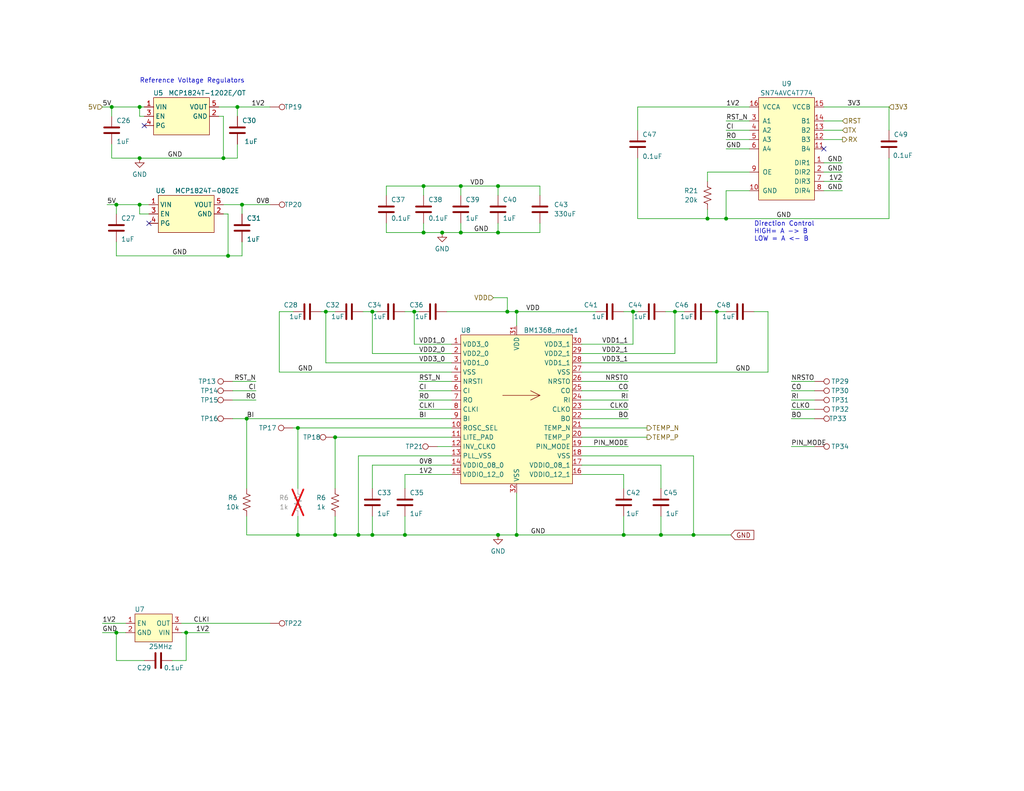
<source format=kicad_sch>
(kicad_sch (version 20231120) (generator "eeschema") (generator_version "8.0")
  (paper "A")
  (title_block (title "bitaxeSupra") (date "2024-04-07") (rev "402"))
  (lib_symbols
    (symbol "Connector:TestPoint" (pin_numbers hide) (pin_names (offset 0.762) hide)
      (property "Reference" "TP" (at 0 6.858 0))
      (property "Value" "TestPoint" (at 0 5.08 0))
      (symbol "TestPoint_0_1"
        (circle (center 0 3.302) (radius 0.762))
      )
      (symbol "TestPoint_1_1"
        (pin passive line (at 0 0 90) (length 2.54) (name "1") (number "1"))
      )
    )
    (symbol "Device:C" (pin_numbers hide) (pin_names (offset 0.254))
      (property "Reference" "C" (at 0.635 2.54 0))
      (property "Value" "C" (at 0.635 -2.54 0))
      (symbol "C_0_1"
        (polyline (pts (xy -2.032 -0.762) (xy 2.032 -0.762)) (stroke (width 0.508)))
        (polyline (pts (xy -2.032 0.762) (xy 2.032 0.762)) (stroke (width 0.508)))
      )
      (symbol "C_1_1"
        (pin passive line (at 0 3.81 270) (length 2.794) (name "~") (number "1"))
        (pin passive line (at 0 -3.81 90) (length 2.794) (name "~") (number "2"))
      )
    )
    (symbol "Device:R_US" (pin_numbers hide) (pin_names (offset 0))
      (property "Reference" "R" (at 2.54 0 90))
      (property "Value" "R_US" (at -2.54 0 90))
      (symbol "R_US_0_1"
        (polyline (pts (xy 0 -2.286) (xy 0 -2.54)))
        (polyline (pts (xy 0 2.286) (xy 0 2.54)))
        (polyline (pts (xy 0 -0.762) (xy 1.016 -1.143) (xy 0 -1.524) (xy -1.016 -1.905) (xy 0 -2.286)))
        (polyline (pts (xy 0 0.762) (xy 1.016 0.381) (xy 0 0) (xy -1.016 -0.381) (xy 0 -0.762)))
        (polyline (pts (xy 0 2.286) (xy 1.016 1.905) (xy 0 1.524) (xy -1.016 1.143) (xy 0 0.762)))
      )
      (symbol "R_US_1_1"
        (pin passive line (at 0 3.81 270) (length 1.27) (name "~") (number "1"))
        (pin passive line (at 0 -3.81 90) (length 1.27) (name "~") (number "2"))
      )
    )
    (symbol "MCP1824_1"
      (property "Reference" "U" (at -7.62 5.08 0))
      (property "Value" "MCP1824_1" (at 5.08 5.08 0))
      (symbol "MCP1824_1_0_1"
        (rectangle (start -7.62 3.81) (end 7.62 -6.35) (stroke (width 0.1524)) (fill (type background)))
      )
      (symbol "MCP1824_1_1_0"
        (pin bidirectional line (at -10.16 1.27 0) (length 2.54) (name "VIN") (number "1"))
        (pin bidirectional line (at 10.16 -1.27 180) (length 2.54) (name "GND") (number "2"))
        (pin bidirectional line (at -10.16 -1.27 0) (length 2.54) (name "EN") (number "3"))
        (pin bidirectional line (at -10.16 -3.81 0) (length 2.54) (name "PG") (number "4"))
        (pin bidirectional line (at 10.16 1.27 180) (length 2.54) (name "VOUT") (number "5"))
      )
    )
    (symbol "bitaxe:BM1368_mode1"
      (property "Reference" "U4" (at -15.24 21.59 0))
      (property "Value" "BM1368_mode1" (at 1.905 21.59 0))
      (symbol "BM1368_mode1_0_1"
        (rectangle (start -15.24 20.32) (end 15.24 -20.32) (fill (type background)))
        (polyline (pts (xy -3.81 3.81) (xy 6.35 3.81)))
        (polyline (pts (xy 3.81 2.54) (xy 6.35 3.81)))
        (polyline (pts (xy 3.81 5.08) (xy 6.35 3.81)))
      )
      (symbol "BM1368_mode1_1_1"
        (pin power_in line (at -17.78 17.78 0) (length 2.54) (name "VDD3_0") (number "1"))
        (pin unspecified line (at -17.78 -5.08 0) (length 2.54) (name "ROSC_SEL") (number "10"))
        (pin unspecified line (at -17.78 -7.62 0) (length 2.54) (name "LITE_PAD") (number "11"))
        (pin unspecified line (at -17.78 -10.16 0) (length 2.54) (name "INV_CLKO") (number "12"))
        (pin power_in line (at -17.78 -12.7 0) (length 2.54) (name "PLL_VSS") (number "13"))
        (pin power_in line (at -17.78 -15.24 0) (length 2.54) (name "VDDIO_08_0") (number "14"))
        (pin power_in line (at -17.78 -17.78 0) (length 2.54) (name "VDDIO_12_0") (number "15"))
        (pin power_in line (at 17.78 -17.78 180) (length 2.54) (name "VDDIO_12_1") (number "16"))
        (pin power_in line (at 17.78 -15.24 180) (length 2.54) (name "VDDIO_08_1") (number "17"))
        (pin power_in line (at 17.78 -12.7 180) (length 2.54) (name "VSS") (number "18"))
        (pin input line (at 17.78 -10.16 180) (length 2.54) (name "PIN_MODE") (number "19"))
        (pin power_in line (at -17.78 15.24 0) (length 2.54) (name "VDD2_0") (number "2"))
        (pin unspecified line (at 17.78 -7.62 180) (length 2.54) (name "TEMP_P") (number "20"))
        (pin unspecified line (at 17.78 -5.08 180) (length 2.54) (name "TEMP_N") (number "21"))
        (pin output line (at 17.78 -2.54 180) (length 2.54) (name "BO") (number "22"))
        (pin output line (at 17.78 0 180) (length 2.54) (name "CLKO") (number "23"))
        (pin input line (at 17.78 2.54 180) (length 2.54) (name "RI") (number "24"))
        (pin output line (at 17.78 5.08 180) (length 2.54) (name "CO") (number "25"))
        (pin output line (at 17.78 7.62 180) (length 2.54) (name "NRSTO") (number "26"))
        (pin power_in line (at 17.78 10.16 180) (length 2.54) (name "VSS") (number "27"))
        (pin power_in line (at 17.78 12.7 180) (length 2.54) (name "VDD1_1") (number "28"))
        (pin power_in line (at 17.78 15.24 180) (length 2.54) (name "VDD2_1") (number "29"))
        (pin power_in line (at -17.78 12.7 0) (length 2.54) (name "VDD1_0") (number "3"))
        (pin power_in line (at 17.78 17.78 180) (length 2.54) (name "VDD3_1") (number "30"))
        (pin power_in line (at 0 22.86 270) (length 2.54) (name "VDD") (number "31"))
        (pin power_in line (at 0 -22.86 90) (length 2.54) (name "VSS") (number "32"))
        (pin power_in line (at -17.78 10.16 0) (length 2.54) (name "VSS") (number "4"))
        (pin input line (at -17.78 7.62 0) (length 2.54) (name "NRSTI") (number "5"))
        (pin input line (at -17.78 5.08 0) (length 2.54) (name "CI") (number "6"))
        (pin output line (at -17.78 2.54 0) (length 2.54) (name "RO") (number "7"))
        (pin input line (at -17.78 0 0) (length 2.54) (name "CLKI") (number "8"))
        (pin input line (at -17.78 -2.54 0) (length 2.54) (name "BI") (number "9"))
      )
    )
    (symbol "bitaxe:MCP1824"
      (property "Reference" "U" (at -7.62 5.08 0))
      (property "Value" "MCP1824" (at 5.08 5.08 0))
      (symbol "MCP1824_0_1"
        (rectangle (start -7.62 3.81) (end 7.62 -6.35) (stroke (width 0.1524)) (fill (type background)))
      )
      (symbol "MCP1824_1_0"
        (pin bidirectional line (at -10.16 1.27 0) (length 2.54) (name "VIN") (number "1"))
        (pin bidirectional line (at 10.16 -1.27 180) (length 2.54) (name "GND") (number "2"))
        (pin bidirectional line (at -10.16 -1.27 0) (length 2.54) (name "EN") (number "3"))
        (pin bidirectional line (at -10.16 -3.81 0) (length 2.54) (name "PG") (number "4"))
        (pin bidirectional line (at 10.16 1.27 180) (length 2.54) (name "VOUT") (number "5"))
      )
    )
    (symbol "bitaxe:SN74AVC4T774" (pin_names (offset 1.016))
      (property "Reference" "U" (at -6.35 12.7 0))
      (property "Value" "SN74AVC4T774" (at -7.62 -19.05 0))
      (symbol "SN74AVC4T774_0_0"
        (rectangle (start -7.62 11.43) (end 7.62 -16.51) (stroke (width 0.1524)) (fill (type background)))
      )
      (symbol "SN74AVC4T774_1_0"
        (pin input line (at 10.16 -6.35 180) (length 2.54) (name "DIR1") (number "1"))
        (pin power_in line (at -10.16 -13.97 0) (length 2.54) (name "GND") (number "10"))
        (pin bidirectional line (at 10.16 -2.54 180) (length 2.54) (name "B4") (number "11"))
        (pin bidirectional line (at 10.16 0 180) (length 2.54) (name "B3") (number "12"))
        (pin bidirectional line (at 10.16 2.54 180) (length 2.54) (name "B2") (number "13"))
        (pin bidirectional line (at 10.16 5.08 180) (length 2.54) (name "B1") (number "14"))
        (pin power_in line (at 10.16 8.89 180) (length 2.54) (name "VCCB") (number "15"))
        (pin power_in line (at -10.16 8.89 0) (length 2.54) (name "VCCA") (number "16"))
        (pin input line (at 10.16 -8.89 180) (length 2.54) (name "DIR2") (number "2"))
        (pin bidirectional line (at -10.16 5.08 0) (length 2.54) (name "A1") (number "3"))
        (pin bidirectional line (at -10.16 2.54 0) (length 2.54) (name "A2") (number "4"))
        (pin bidirectional line (at -10.16 0 0) (length 2.54) (name "A3") (number "5"))
        (pin bidirectional line (at -10.16 -2.54 0) (length 2.54) (name "A4") (number "6"))
        (pin input line (at 10.16 -11.43 180) (length 2.54) (name "DIR3") (number "7"))
        (pin input line (at 10.16 -13.97 180) (length 2.54) (name "DIR4") (number "8"))
        (pin input line (at -10.16 -8.89 0) (length 2.54) (name "OE") (number "9"))
      )
    )
    (symbol "bitaxe:oscillator"
      (property "Reference" "U" (at -3.81 5.08 0))
      (property "Value" "oscillator" (at 0 -5.08 0))
      (symbol "oscillator_0_1"
        (rectangle (start -5.08 3.81) (end 5.08 -3.81) (stroke (width 0.1524)) (fill (type background)))
      )
      (symbol "oscillator_1_0"
        (pin bidirectional line (at -7.62 1.27 0) (length 2.54) (name "EN") (number "1"))
        (pin bidirectional line (at -7.62 -1.27 0) (length 2.54) (name "GND") (number "2"))
        (pin bidirectional line (at 7.62 1.27 180) (length 2.54) (name "OUT") (number "3"))
        (pin bidirectional line (at 7.62 -1.27 180) (length 2.54) (name "VIN") (number "4"))
      )
    )
    (symbol "power:GND" (power) (pin_names (offset 0))
      (property "Value" "GND" (at 0 -3.81 0))
      (symbol "GND_0_1"
        (polyline (pts (xy 0 0) (xy 0 -1.27) (xy 1.27 -1.27) (xy 0 -2.54) (xy -1.27 -1.27) (xy 0 -1.27)))
      )
      (symbol "GND_1_1"
        (pin power_in line (at 0 0 270) (length 0) hide (name "GND") (number "1"))
      )
    )
  )
  (junction (at 180.34 146.05))
  (junction (at 184.15 85.09))
  (junction (at 115.57 63.5) (diameter 0.9144))
  (junction (at 38.1 43.18))
  (junction (at 67.31 114.3))
  (junction (at 30.48 29.21) (diameter 0.9144))
  (junction (at 125.73 50.8) (diameter 0.9144))
  (junction (at 135.89 50.8))
  (junction (at 38.1 55.88))
  (junction (at 135.89 63.5))
  (junction (at 81.28 116.84))
  (junction (at 120.65 63.5))
  (junction (at 62.23 69.85) (diameter 0.9144))
  (junction (at 101.6 85.09))
  (junction (at 101.6 146.05))
  (junction (at 91.44 119.38))
  (junction (at 113.03 85.09))
  (junction (at 97.79 146.05))
  (junction (at 110.49 146.05))
  (junction (at 64.77 29.21) (diameter 0.9144))
  (junction (at 189.23 146.05))
  (junction (at 50.8 172.72))
  (junction (at 138.43 85.09))
  (junction (at 135.89 146.05))
  (junction (at 91.44 146.05))
  (junction (at 31.75 55.88) (diameter 0.9144))
  (junction (at 125.73 63.5) (diameter 0.9144))
  (junction (at 198.12 59.69))
  (junction (at 170.18 146.05))
  (junction (at 172.72 85.09))
  (junction (at 81.28 146.05))
  (junction (at 60.96 43.18) (diameter 0.9144))
  (junction (at 195.58 85.09))
  (junction (at 38.1 29.21))
  (junction (at 88.9 85.09))
  (junction (at 193.04 59.69))
  (junction (at 140.97 85.09))
  (junction (at 31.75 172.72))
  (junction (at 115.57 50.8) (diameter 0.9144))
  (junction (at 140.97 146.05))
  (junction (at 66.04 55.88) (diameter 0.9144))
  (no_connect (at 40.64 60.96))
  (no_connect (at 224.79 40.64))
  (no_connect (at 39.37 34.29))
  (wire (pts (xy 31.75 180.34) (xy 31.75 172.72)))
  (wire (pts (xy 180.34 146.05) (xy 189.23 146.05)))
  (wire (pts (xy 101.6 127) (xy 123.19 127)))
  (wire (pts (xy 105.41 60.96) (xy 105.41 63.5)))
  (wire (pts (xy 110.49 129.54) (xy 110.49 133.35)))
  (wire (pts (xy 242.57 29.21) (xy 242.57 35.56)))
  (wire (pts (xy 88.9 99.06) (xy 88.9 85.09)))
  (wire (pts (xy 198.12 59.69) (xy 242.57 59.69)))
  (wire (pts (xy 140.97 134.62) (xy 140.97 146.05)))
  (wire (pts (xy 134.62 81.28) (xy 138.43 81.28)))
  (wire (pts (xy 91.44 140.97) (xy 91.44 146.05)))
  (wire (pts (xy 215.9 114.3) (xy 222.25 114.3)))
  (wire (pts (xy 125.73 53.34) (xy 125.73 50.8)))
  (wire (pts (xy 115.57 63.5) (xy 105.41 63.5)))
  (wire (pts (xy 195.58 99.06) (xy 195.58 85.09)))
  (wire (pts (xy 198.12 52.07) (xy 198.12 59.69)))
  (wire (pts (xy 114.3 104.14) (xy 123.19 104.14)))
  (wire (pts (xy 110.49 85.09) (xy 113.03 85.09)))
  (wire (pts (xy 113.03 85.09) (xy 114.3 85.09)))
  (wire (pts (xy 158.75 121.92) (xy 171.45 121.92)))
  (wire (pts (xy 64.77 39.37) (xy 64.77 43.18)))
  (wire (pts (xy 158.75 124.46) (xy 189.23 124.46)))
  (wire (pts (xy 158.75 93.98) (xy 172.72 93.98)))
  (wire (pts (xy 81.28 146.05) (xy 91.44 146.05)))
  (wire (pts (xy 60.96 31.75) (xy 59.69 31.75)))
  (wire (pts (xy 31.75 55.88) (xy 38.1 55.88)))
  (wire (pts (xy 158.75 104.14) (xy 171.45 104.14)))
  (wire (pts (xy 88.9 85.09) (xy 91.44 85.09)))
  (wire (pts (xy 101.6 127) (xy 101.6 133.35)))
  (wire (pts (xy 76.2 101.6) (xy 76.2 85.09)))
  (wire (pts (xy 101.6 146.05) (xy 110.49 146.05)))
  (wire (pts (xy 162.56 85.09) (xy 140.97 85.09)))
  (wire (pts (xy 184.15 85.09) (xy 186.69 85.09)))
  (wire (pts (xy 46.99 180.34) (xy 50.8 180.34)))
  (wire (pts (xy 209.55 85.09) (xy 205.74 85.09)))
  (wire (pts (xy 115.57 53.34) (xy 115.57 50.8)))
  (wire (pts (xy 189.23 124.46) (xy 189.23 146.05)))
  (wire (pts (xy 99.06 85.09) (xy 101.6 85.09)))
  (wire (pts (xy 62.23 58.42) (xy 60.96 58.42)))
  (wire (pts (xy 135.89 60.96) (xy 135.89 63.5)))
  (wire (pts (xy 193.04 59.69) (xy 193.04 57.15)))
  (wire (pts (xy 242.57 43.18) (xy 242.57 59.69)))
  (wire (pts (xy 180.34 127) (xy 180.34 133.35)))
  (wire (pts (xy 64.77 43.18) (xy 60.96 43.18)))
  (wire (pts (xy 31.75 66.04) (xy 31.75 69.85)))
  (wire (pts (xy 158.75 109.22) (xy 171.45 109.22)))
  (wire (pts (xy 172.72 93.98) (xy 172.72 85.09)))
  (wire (pts (xy 50.8 172.72) (xy 57.15 172.72)))
  (wire (pts (xy 147.32 60.96) (xy 147.32 63.5)))
  (wire (pts (xy 158.75 96.52) (xy 184.15 96.52)))
  (wire (pts (xy 31.75 55.88) (xy 31.75 58.42)))
  (wire (pts (xy 67.31 140.97) (xy 67.31 146.05)))
  (wire (pts (xy 209.55 101.6) (xy 209.55 85.09)))
  (wire (pts (xy 62.23 69.85) (xy 31.75 69.85)))
  (wire (pts (xy 66.04 66.04) (xy 66.04 69.85)))
  (wire (pts (xy 224.79 35.56) (xy 229.87 35.56)))
  (wire (pts (xy 66.04 55.88) (xy 73.66 55.88)))
  (wire (pts (xy 215.9 106.68) (xy 222.25 106.68)))
  (wire (pts (xy 81.28 140.97) (xy 81.28 146.05)))
  (wire (pts (xy 50.8 180.34) (xy 50.8 172.72)))
  (wire (pts (xy 135.89 50.8) (xy 147.32 50.8)))
  (wire (pts (xy 113.03 93.98) (xy 123.19 93.98)))
  (wire (pts (xy 66.04 69.85) (xy 62.23 69.85)))
  (wire (pts (xy 67.31 114.3) (xy 123.19 114.3)))
  (wire (pts (xy 38.1 58.42) (xy 38.1 55.88)))
  (wire (pts (xy 114.3 106.68) (xy 123.19 106.68)))
  (wire (pts (xy 30.48 39.37) (xy 30.48 43.18)))
  (wire (pts (xy 38.1 29.21) (xy 39.37 29.21)))
  (wire (pts (xy 115.57 60.96) (xy 115.57 63.5)))
  (wire (pts (xy 121.92 85.09) (xy 138.43 85.09)))
  (wire (pts (xy 120.65 63.5) (xy 115.57 63.5)))
  (wire (pts (xy 62.23 58.42) (xy 62.23 69.85)))
  (wire (pts (xy 87.63 85.09) (xy 88.9 85.09)))
  (wire (pts (xy 91.44 119.38) (xy 91.44 133.35)))
  (wire (pts (xy 158.75 99.06) (xy 195.58 99.06)))
  (wire (pts (xy 123.19 101.6) (xy 76.2 101.6)))
  (wire (pts (xy 101.6 96.52) (xy 123.19 96.52)))
  (wire (pts (xy 81.28 116.84) (xy 123.19 116.84)))
  (wire (pts (xy 88.9 99.06) (xy 123.19 99.06)))
  (wire (pts (xy 138.43 81.28) (xy 138.43 85.09)))
  (wire (pts (xy 158.75 127) (xy 180.34 127)))
  (wire (pts (xy 38.1 31.75) (xy 39.37 31.75)))
  (wire (pts (xy 97.79 124.46) (xy 97.79 146.05)))
  (wire (pts (xy 215.9 121.92) (xy 222.25 121.92)))
  (wire (pts (xy 125.73 60.96) (xy 125.73 63.5)))
  (wire (pts (xy 224.79 38.1) (xy 229.87 38.1)))
  (wire (pts (xy 81.28 146.05) (xy 67.31 146.05)))
  (wire (pts (xy 181.61 85.09) (xy 184.15 85.09)))
  (wire (pts (xy 31.75 172.72) (xy 34.29 172.72)))
  (wire (pts (xy 193.04 46.99) (xy 193.04 49.53)))
  (wire (pts (xy 224.79 46.99) (xy 229.87 46.99)))
  (wire (pts (xy 158.75 129.54) (xy 170.18 129.54)))
  (wire (pts (xy 101.6 140.97) (xy 101.6 146.05)))
  (wire (pts (xy 158.75 114.3) (xy 171.45 114.3)))
  (wire (pts (xy 215.9 111.76) (xy 222.25 111.76)))
  (wire (pts (xy 224.79 29.21) (xy 242.57 29.21)))
  (wire (pts (xy 158.75 106.68) (xy 171.45 106.68)))
  (wire (pts (xy 38.1 55.88) (xy 40.64 55.88)))
  (wire (pts (xy 158.75 101.6) (xy 209.55 101.6)))
  (wire (pts (xy 198.12 35.56) (xy 204.47 35.56)))
  (wire (pts (xy 60.96 31.75) (xy 60.96 43.18)))
  (wire (pts (xy 110.49 129.54) (xy 123.19 129.54)))
  (wire (pts (xy 110.49 140.97) (xy 110.49 146.05)))
  (wire (pts (xy 204.47 46.99) (xy 193.04 46.99)))
  (wire (pts (xy 105.41 53.34) (xy 105.41 50.8)))
  (wire (pts (xy 60.96 55.88) (xy 66.04 55.88)))
  (wire (pts (xy 63.5 106.68) (xy 69.85 106.68)))
  (wire (pts (xy 170.18 140.97) (xy 170.18 146.05)))
  (wire (pts (xy 198.12 33.02) (xy 204.47 33.02)))
  (wire (pts (xy 195.58 85.09) (xy 198.12 85.09)))
  (wire (pts (xy 170.18 85.09) (xy 172.72 85.09)))
  (wire (pts (xy 30.48 29.21) (xy 38.1 29.21)))
  (wire (pts (xy 27.94 29.21) (xy 30.48 29.21)))
  (wire (pts (xy 224.79 44.45) (xy 229.87 44.45)))
  (wire (pts (xy 158.75 116.84) (xy 176.53 116.84)))
  (wire (pts (xy 30.48 29.21) (xy 30.48 31.75)))
  (wire (pts (xy 27.94 170.18) (xy 34.29 170.18)))
  (wire (pts (xy 125.73 63.5) (xy 120.65 63.5)))
  (wire (pts (xy 123.19 119.38) (xy 91.44 119.38)))
  (wire (pts (xy 38.1 58.42) (xy 40.64 58.42)))
  (wire (pts (xy 119.38 121.92) (xy 123.19 121.92)))
  (wire (pts (xy 173.99 43.18) (xy 173.99 59.69)))
  (wire (pts (xy 101.6 96.52) (xy 101.6 85.09)))
  (wire (pts (xy 173.99 29.21) (xy 204.47 29.21)))
  (wire (pts (xy 29.21 55.88) (xy 31.75 55.88)))
  (wire (pts (xy 224.79 33.02) (xy 229.87 33.02)))
  (wire (pts (xy 224.79 49.53) (xy 229.87 49.53)))
  (wire (pts (xy 101.6 85.09) (xy 102.87 85.09)))
  (wire (pts (xy 189.23 146.05) (xy 199.39 146.05)))
  (wire (pts (xy 115.57 50.8) (xy 125.73 50.8)))
  (wire (pts (xy 59.69 29.21) (xy 64.77 29.21)))
  (wire (pts (xy 173.99 59.69) (xy 193.04 59.69)))
  (wire (pts (xy 49.53 172.72) (xy 50.8 172.72)))
  (wire (pts (xy 76.2 85.09) (xy 80.01 85.09)))
  (wire (pts (xy 215.9 109.22) (xy 222.25 109.22)))
  (wire (pts (xy 170.18 129.54) (xy 170.18 133.35)))
  (wire (pts (xy 97.79 146.05) (xy 101.6 146.05)))
  (wire (pts (xy 198.12 38.1) (xy 204.47 38.1)))
  (wire (pts (xy 114.3 109.22) (xy 123.19 109.22)))
  (wire (pts (xy 194.31 85.09) (xy 195.58 85.09)))
  (wire (pts (xy 27.94 172.72) (xy 31.75 172.72)))
  (wire (pts (xy 158.75 119.38) (xy 176.53 119.38)))
  (wire (pts (xy 198.12 40.64) (xy 204.47 40.64)))
  (wire (pts (xy 64.77 29.21) (xy 64.77 31.75)))
  (wire (pts (xy 38.1 43.18) (xy 30.48 43.18)))
  (wire (pts (xy 135.89 53.34) (xy 135.89 50.8)))
  (wire (pts (xy 67.31 114.3) (xy 67.31 133.35)))
  (wire (pts (xy 170.18 146.05) (xy 180.34 146.05)))
  (wire (pts (xy 140.97 85.09) (xy 140.97 88.9)))
  (wire (pts (xy 113.03 85.09) (xy 113.03 93.98)))
  (wire (pts (xy 140.97 146.05) (xy 170.18 146.05)))
  (wire (pts (xy 198.12 59.69) (xy 193.04 59.69)))
  (wire (pts (xy 66.04 55.88) (xy 66.04 58.42)))
  (wire (pts (xy 147.32 53.34) (xy 147.32 50.8)))
  (wire (pts (xy 64.77 29.21) (xy 73.66 29.21)))
  (wire (pts (xy 110.49 146.05) (xy 135.89 146.05)))
  (wire (pts (xy 38.1 31.75) (xy 38.1 29.21)))
  (wire (pts (xy 114.3 111.76) (xy 123.19 111.76)))
  (wire (pts (xy 173.99 29.21) (xy 173.99 35.56)))
  (wire (pts (xy 224.79 52.07) (xy 229.87 52.07)))
  (wire (pts (xy 135.89 146.05) (xy 140.97 146.05)))
  (wire (pts (xy 123.19 124.46) (xy 97.79 124.46)))
  (wire (pts (xy 81.28 116.84) (xy 81.28 133.35)))
  (wire (pts (xy 125.73 50.8) (xy 135.89 50.8)))
  (wire (pts (xy 172.72 85.09) (xy 173.99 85.09)))
  (wire (pts (xy 215.9 104.14) (xy 222.25 104.14)))
  (wire (pts (xy 63.5 109.22) (xy 69.85 109.22)))
  (wire (pts (xy 91.44 146.05) (xy 97.79 146.05)))
  (wire (pts (xy 105.41 50.8) (xy 115.57 50.8)))
  (wire (pts (xy 39.37 180.34) (xy 31.75 180.34)))
  (wire (pts (xy 204.47 52.07) (xy 198.12 52.07)))
  (wire (pts (xy 184.15 96.52) (xy 184.15 85.09)))
  (wire (pts (xy 158.75 111.76) (xy 171.45 111.76)))
  (wire (pts (xy 135.89 63.5) (xy 125.73 63.5)))
  (wire (pts (xy 63.5 114.3) (xy 67.31 114.3)))
  (wire (pts (xy 49.53 170.18) (xy 73.66 170.18)))
  (wire (pts (xy 80.01 116.84) (xy 81.28 116.84)))
  (wire (pts (xy 63.5 104.14) (xy 69.85 104.14)))
  (wire (pts (xy 138.43 85.09) (xy 140.97 85.09)))
  (wire (pts (xy 180.34 140.97) (xy 180.34 146.05)))
  (wire (pts (xy 60.96 43.18) (xy 38.1 43.18)))
  (wire (pts (xy 135.89 63.5) (xy 147.32 63.5)))
  (text "Reference Voltage Regulators" (at 38.1 22.86 0) (effects (font (size 1.27 1.27)) (justify left bottom)))
  (text "Direction Control\nHIGH= A -> B\nLOW = A <- B" (at 205.74 66.04 0) (effects (font (size 1.27 1.27)) (justify left bottom)))
  (label "GND" (at 45.72 43.18 0))
  (label "RST_N" (at 69.85 104.14 180))
  (label "GND" (at 229.87 46.99 180))
  (label "1V2" (at 114.3 129.54 0))
  (label "1V2" (at 68.58 29.21 0))
  (label "BI" (at 67.31 114.3 0))
  (label "GND" (at 27.94 172.72 0))
  (label "CLKO" (at 171.45 111.76 180))
  (label "RST_N" (at 114.3 104.14 0))
  (label "5V" (at 29.21 55.88 0))
  (label "RO" (at 114.3 109.22 0))
  (label "0V8" (at 69.85 55.88 0))
  (label "CO" (at 215.9 106.68 0))
  (label "GND" (at 144.78 146.05 0))
  (label "BO" (at 215.9 114.3 0))
  (label "GND" (at 198.12 40.64 0))
  (label "5V" (at 27.94 29.21 0))
  (label "CI" (at 198.12 35.56 0))
  (label "GND" (at 229.87 52.07 180))
  (label "PIN_MODE" (at 215.9 121.92 0))
  (label "1V2" (at 229.87 49.53 180))
  (label "CI" (at 69.85 106.68 180))
  (label "1V2" (at 27.94 170.18 0))
  (label "RO" (at 198.12 38.1 0))
  (label "NRSTO" (at 215.9 104.14 0))
  (label "PIN_MODE" (at 171.45 121.92 180))
  (label "0V8" (at 114.3 127 0))
  (label "GND" (at 46.99 69.85 0))
  (label "VDD3_1" (at 171.45 99.06 180))
  (label "VDD2_1" (at 171.45 96.52 180))
  (label "RI" (at 215.9 109.22 0))
  (label "RST_N" (at 198.12 33.02 0))
  (label "CLKI" (at 114.3 111.76 0))
  (label "1V2" (at 198.12 29.21 0))
  (label "CO" (at 171.45 106.68 180))
  (label "VDD1_0" (at 114.3 93.98 0))
  (label "VDD3_0" (at 114.3 99.06 0))
  (label "CLKO" (at 215.9 111.76 0))
  (label "CLKI" (at 57.15 170.18 180))
  (label "3V3" (at 231.14 29.21 0))
  (label "RO" (at 69.85 109.22 180))
  (label "VDD1_1" (at 171.45 93.98 180))
  (label "GND" (at 81.28 101.6 0))
  (label "VDD" (at 143.51 85.09 0))
  (label "BO" (at 171.45 114.3 180))
  (label "GND" (at 215.9 59.69 180))
  (label "RI" (at 171.45 109.22 180))
  (label "1V2" (at 57.15 172.72 180))
  (label "VDD2_0" (at 114.3 96.52 0))
  (label "NRSTO" (at 171.45 104.14 180))
  (label "GND" (at 200.66 101.6 0))
  (label "GND" (at 133.35 63.5 180))
  (label "GND" (at 229.87 44.45 180))
  (label "CI" (at 114.3 106.68 0))
  (label "VDD" (at 128.27 50.8 0))
  (label "BI" (at 114.3 114.3 0))
  (global_label "GND" (shape input) (at 199.39 146.05 0) (property "Intersheetrefs" "${INTERSHEET_REFS}" (effects (hide yes))))
  (hierarchical_label "5V" (shape input) (at 27.94 29.21 180))
  (hierarchical_label "TEMP_N" (shape output) (at 176.53 116.84 0))
  (hierarchical_label "3V3" (shape input) (at 242.57 29.21 0))
  (hierarchical_label "TX" (shape input) (at 229.87 35.56 0))
  (hierarchical_label "RX" (shape output) (at 229.87 38.1 0))
  (hierarchical_label "VDD" (shape input) (at 134.62 81.28 180))
  (hierarchical_label "RST" (shape input) (at 229.87 33.02 0))
  (hierarchical_label "TEMP_P" (shape output) (at 176.53 119.38 0))
  (symbol (lib_id "Device:C") (at 64.77 35.56 0) (unit 1)
    (property "Reference" "C30" (at 66.04 33.655 0) (effects (justify left bottom)))
    (property "Value" "1uF" (at 66.675 39.37 0) (effects (justify left bottom)))
    (property "Footprint" "Capacitor_SMD:C_0402_1005Metric" (effects (hide yes)))
    (property "DK" "587-5514-1-ND" (effects (hide yes)))
    (property "PARTNO" "EMK105BJ105MV-F" (effects (hide yes)))
  )
  (symbol (lib_id "Device:C") (at 30.48 35.56 0) (unit 1)
    (property "Reference" "C26" (at 31.75 33.655 0) (effects (justify left bottom)))
    (property "Value" "1uF" (at 31.75 39.37 0) (effects (justify left bottom)))
    (property "Footprint" "Capacitor_SMD:C_0402_1005Metric" (effects (hide yes)))
    (property "DK" "587-5514-1-ND" (effects (hide yes)))
    (property "PARTNO" "EMK105BJ105MV-F" (effects (hide yes)))
  )
  (symbol (lib_id "Device:C") (at 125.73 57.15 0) (unit 1)
    (property "Reference" "C39" (at 127 55.245 0) (effects (justify left bottom)))
    (property "Value" "1uF" (at 127 60.325 0) (effects (justify left bottom)))
    (property "Footprint" "Capacitor_SMD:C_0402_1005Metric" (effects (hide yes)))
    (property "DK" "587-5514-1-ND" (effects (hide yes)))
    (property "PARTNO" "EMK105BJ105MV-F" (effects (hide yes)))
  )
  (symbol (lib_id "Device:C") (at 118.11 85.09 90) (unit 1)
    (property "Reference" "C36" (at 115.57 82.55 90) (effects (justify left bottom)))
    (property "Value" "1uF" (at 116.84 85.725 90) (effects (justify left bottom)))
    (property "Footprint" "Capacitor_SMD:C_0402_1005Metric" (effects (hide yes)))
    (property "DK" "587-5514-1-ND" (effects (hide yes)))
    (property "PARTNO" "EMK105BJ105MV-F" (effects (hide yes)))
  )
  (symbol (lib_id "Connector:TestPoint") (at 222.25 114.3 270) (unit 1) (in_bom no)
    (property "Reference" "TP33" (at 228.6 114.3 90))
    (property "Value" "TestPoint" (effects (hide yes)))
    (property "Footprint" "TestPoint:TestPoint_Pad_D1.5mm" (effects (hide yes)))
  )
  (symbol (lib_id "Device:C") (at 115.57 57.15 0) (unit 1)
    (property "Reference" "C38" (at 116.84 55.245 0) (effects (justify left bottom)))
    (property "Value" "0.1uF" (at 116.84 60.325 0) (effects (justify left bottom)))
    (property "Footprint" "Capacitor_SMD:C_0402_1005Metric" (effects (hide yes)))
    (property "DK" "1276-1234-1-ND" (effects (hide yes)))
    (property "PARTNO" "CL05A104KO5NNNC" (effects (hide yes)))
  )
  (symbol (lib_id "Connector:TestPoint") (at 222.25 109.22 270) (unit 1) (in_bom no)
    (property "Reference" "TP31" (at 229.235 109.22 90))
    (property "Value" "TestPoint" (effects (hide yes)))
    (property "Footprint" "TestPoint:TestPoint_Pad_D1.5mm" (effects (hide yes)))
  )
  (symbol (lib_id "Connector:TestPoint") (at 222.25 111.76 270) (unit 1) (in_bom no)
    (property "Reference" "TP32" (at 229.235 111.76 90))
    (property "Value" "TestPoint" (effects (hide yes)))
    (property "Footprint" "TestPoint:TestPoint_Pad_D1.5mm" (effects (hide yes)))
  )
  (symbol (lib_id "Device:C") (at 190.5 85.09 90) (unit 1)
    (property "Reference" "C46" (at 187.96 82.55 90) (effects (justify left bottom)))
    (property "Value" "1uF" (at 189.23 85.725 90) (effects (justify left bottom)))
    (property "Footprint" "Capacitor_SMD:C_0402_1005Metric" (effects (hide yes)))
    (property "DK" "587-5514-1-ND" (effects (hide yes)))
    (property "PARTNO" "EMK105BJ105MV-F" (effects (hide yes)))
  )
  (symbol (lib_id "Device:C") (at 201.93 85.09 90) (unit 1)
    (property "Reference" "C48" (at 199.39 82.55 90) (effects (justify left bottom)))
    (property "Value" "1uF" (at 200.66 85.725 90) (effects (justify left bottom)))
    (property "Footprint" "Capacitor_SMD:C_0402_1005Metric" (effects (hide yes)))
    (property "DK" "587-5514-1-ND" (effects (hide yes)))
    (property "PARTNO" "EMK105BJ105MV-F" (effects (hide yes)))
  )
  (symbol (lib_id "Device:C") (at 43.18 180.34 90) (unit 1)
    (property "Reference" "C29" (at 41.275 181.61 90) (effects (justify left bottom)))
    (property "Value" "0.1uF" (at 50.165 181.61 90) (effects (justify left bottom)))
    (property "Footprint" "Capacitor_SMD:C_0402_1005Metric" (effects (hide yes)))
    (property "DK" "1276-1234-1-ND" (effects (hide yes)))
    (property "PARTNO" "CL05A104KO5NNNC" (effects (hide yes)))
  )
  (symbol (lib_id "power:GND") (at 135.89 146.05 0) (mirror y) (unit 1)
    (property "Reference" "#PWR02" (effects (hide yes)))
    (property "Value" "GND" (at 135.89 150.495 0))
  )
  (symbol (lib_id "Device:C") (at 105.41 57.15 0) (unit 1)
    (property "Reference" "C37" (at 106.68 55.245 0) (effects (justify left bottom)))
    (property "Value" "0.1uF" (at 106.68 60.325 0) (effects (justify left bottom)))
    (property "Footprint" "Capacitor_SMD:C_0402_1005Metric" (effects (hide yes)))
    (property "DK" "1276-1234-1-ND" (effects (hide yes)))
    (property "PARTNO" "CL05A104KO5NNNC" (effects (hide yes)))
  )
  (symbol (lib_id "Device:C") (at 177.8 85.09 90) (unit 1)
    (property "Reference" "C44" (at 175.26 82.55 90) (effects (justify left bottom)))
    (property "Value" "1uF" (at 176.53 85.725 90) (effects (justify left bottom)))
    (property "Footprint" "Capacitor_SMD:C_0402_1005Metric" (effects (hide yes)))
    (property "DK" "587-5514-1-ND" (effects (hide yes)))
    (property "PARTNO" "EMK105BJ105MV-F" (effects (hide yes)))
  )
  (symbol (lib_id "Device:R_US") (at 193.04 53.34 180) (unit 1)
    (property "Reference" "R21" (at 188.595 52.07 0))
    (property "Value" "20k" (at 188.595 54.61 0))
    (property "Footprint" "Resistor_SMD:R_0402_1005Metric" (effects (hide yes)))
    (property "DK" "311-20.0KLRCT-ND" (effects (hide yes)))
    (property "PARTNO" "RC0402FR-0720KL" (effects (hide yes)))
  )
  (symbol (lib_id "Device:R_US") (at 81.28 137.16 180) (unit 1) (dnp yes)
    (property "Reference" "R6" (at 77.47 135.89 0))
    (property "Value" "1k" (at 77.47 138.43 0))
    (property "Footprint" "Resistor_SMD:R_0402_1005Metric" (effects (hide yes)))
    (property "DK" "311-1.00KLRCT-ND" (effects (hide yes)))
    (property "PARTNO" "RC0402FR-071KL" (effects (hide yes)))
  )
  (symbol (lib_id "Device:C") (at 101.6 137.16 0) (unit 1)
    (property "Reference" "C33" (at 102.87 135.255 0) (effects (justify left bottom)))
    (property "Value" "1uF" (at 102.87 140.97 0) (effects (justify left bottom)))
    (property "Footprint" "Capacitor_SMD:C_0402_1005Metric" (effects (hide yes)))
    (property "DK" "587-5514-1-ND" (effects (hide yes)))
    (property "PARTNO" "EMK105BJ105MV-F" (effects (hide yes)))
  )
  (symbol (lib_id "Connector:TestPoint") (at 73.66 55.88 270) (mirror x) (unit 1) (in_bom no)
    (property "Reference" "TP20" (at 80.01 55.88 90))
    (property "Value" "TestPoint" (effects (hide yes)))
    (property "Footprint" "TestPoint:TestPoint_Pad_D1.5mm" (effects (hide yes)))
  )
  (symbol (lib_id "Device:C") (at 166.37 85.09 90) (unit 1)
    (property "Reference" "C41" (at 163.195 82.55 90) (effects (justify left bottom)))
    (property "Value" "1uF" (at 165.1 85.725 90) (effects (justify left bottom)))
    (property "Footprint" "Capacitor_SMD:C_0402_1005Metric" (effects (hide yes)))
    (property "DK" "587-5514-1-ND" (effects (hide yes)))
    (property "PARTNO" "EMK105BJ105MV-F" (effects (hide yes)))
  )
  (symbol (lib_id "Device:R_US") (at 91.44 137.16 180) (unit 1)
    (property "Reference" "R6" (at 87.63 135.89 0))
    (property "Value" "1k" (at 87.63 138.43 0))
    (property "Footprint" "Resistor_SMD:R_0402_1005Metric" (effects (hide yes)))
    (property "DK" "311-1.00KLRCT-ND" (effects (hide yes)))
    (property "PARTNO" "RC0402FR-071KL" (effects (hide yes)))
  )
  (symbol (lib_id "Device:C") (at 242.57 39.37 0) (unit 1)
    (property "Reference" "C49" (at 243.84 37.465 0) (effects (justify left bottom)))
    (property "Value" "0.1uF" (at 243.586 43.18 0) (effects (justify left bottom)))
    (property "Footprint" "Capacitor_SMD:C_0402_1005Metric" (effects (hide yes)))
    (property "DK" "1276-1234-1-ND" (effects (hide yes)))
    (property "PARTNO" "CL05A104KO5NNNC" (effects (hide yes)))
  )
  (symbol (lib_id "bitaxe:SN74AVC4T774") (at 214.63 38.1 0) (unit 1)
    (property "Reference" "U9" (at 214.63 22.86 0))
    (property "Value" "SN74AVC4T774" (at 214.63 25.4 0))
    (property "Footprint" "Package_SO:TSSOP-16_4.4x5mm_P0.65mm" (effects (hide yes)))
    (property "Datasheet" "https://www.ti.com/lit/ds/symlink/sn74avc4t774.pdf" (effects (hide yes)))
    (property "DK" "296-24739-1-ND" (effects (hide yes)))
    (property "PARTNO" "SN74AVC4T774PWR" (effects (hide yes)))
  )
  (symbol (lib_id "Device:C") (at 147.32 57.15 0) (unit 1)
    (property "Reference" "C43" (at 151.13 55.8799 0) (effects (justify left)))
    (property "Value" "330uF" (at 151.13 58.4199 0) (effects (justify left)))
    (property "Footprint" "Capacitor_SMD:C_1206_3216Metric" (effects (hide yes)))
    (property "Description" "Unpolarized capacitor" (effects (hide yes)))
    (property "DK" "490-GRM32ER60G337ME05KCT-ND" (effects (hide yes)))
    (property "PARTNO" "GRM32ER60G337ME05K" (effects (hide yes)))
  )
  (symbol (lib_name "MCP1824_1") (lib_id "bitaxe:MCP1824") (at 50.8 57.15 0) (unit 1)
    (property "Reference" "U6" (at 43.815 52.07 0))
    (property "Value" "MCP1824T-0802E" (at 56.515 52.07 0))
    (property "Footprint" "Package_TO_SOT_SMD:SOT-23-5" (effects (hide yes)))
    (property "Datasheet" "https://ww1.microchip.com/downloads/en/DeviceDoc/22070a.pdf" (effects (hide yes)))
    (property "PARTNO" "MCP1824T-0802E/OT" (effects (hide yes)))
    (property "DK" "MCP1824T-0802E/OTCT-ND" (effects (hide yes)))
  )
  (symbol (lib_id "Connector:TestPoint") (at 91.44 119.38 90) (unit 1) (in_bom no)
    (property "Reference" "TP18" (at 85.09 119.38 90))
    (property "Value" "TestPoint" (effects (hide yes)))
    (property "Footprint" "TestPoint:TestPoint_Pad_D1.5mm" (effects (hide yes)))
  )
  (symbol (lib_id "Connector:TestPoint") (at 119.38 121.92 90) (unit 1) (in_bom no)
    (property "Reference" "TP21" (at 113.03 121.92 90))
    (property "Value" "TestPoint" (effects (hide yes)))
    (property "Footprint" "TestPoint:TestPoint_Pad_D1.5mm" (effects (hide yes)))
  )
  (symbol (lib_id "Device:C") (at 83.82 85.09 90) (unit 1)
    (property "Reference" "C28" (at 81.28 82.55 90) (effects (justify left bottom)))
    (property "Value" "1uF" (at 82.55 85.725 90) (effects (justify left bottom)))
    (property "Footprint" "Capacitor_SMD:C_0402_1005Metric" (effects (hide yes)))
    (property "DK" "587-5514-1-ND" (effects (hide yes)))
    (property "PARTNO" "EMK105BJ105MV-F" (effects (hide yes)))
  )
  (symbol (lib_id "power:GND") (at 120.65 63.5 0) (mirror y) (unit 1)
    (property "Reference" "#PWR03" (effects (hide yes)))
    (property "Value" "GND" (at 120.65 67.945 0))
  )
  (symbol (lib_id "Device:C") (at 180.34 137.16 0) (unit 1)
    (property "Reference" "C45" (at 180.975 135.255 0) (effects (justify left bottom)))
    (property "Value" "1uF" (at 181.61 140.97 0) (effects (justify left bottom)))
    (property "Footprint" "Capacitor_SMD:C_0402_1005Metric" (effects (hide yes)))
    (property "DK" "587-5514-1-ND" (effects (hide yes)))
    (property "PARTNO" "EMK105BJ105MV-F" (effects (hide yes)))
  )
  (symbol (lib_id "Connector:TestPoint") (at 63.5 109.22 90) (unit 1) (in_bom no)
    (property "Reference" "TP15" (at 57.15 109.22 90))
    (property "Value" "TestPoint" (effects (hide yes)))
    (property "Footprint" "TestPoint:TestPoint_Pad_D1.5mm" (effects (hide yes)))
  )
  (symbol (lib_id "power:GND") (at 38.1 43.18 0) (mirror y) (unit 1)
    (property "Reference" "#PWR01" (effects (hide yes)))
    (property "Value" "GND" (at 38.1 47.625 0))
  )
  (symbol (lib_id "Device:C") (at 170.18 137.16 0) (unit 1)
    (property "Reference" "C42" (at 170.815 135.255 0) (effects (justify left bottom)))
    (property "Value" "1uF" (at 170.815 140.97 0) (effects (justify left bottom)))
    (property "Footprint" "Capacitor_SMD:C_0402_1005Metric" (effects (hide yes)))
    (property "DK" "587-5514-1-ND" (effects (hide yes)))
    (property "PARTNO" "EMK105BJ105MV-F" (effects (hide yes)))
  )
  (symbol (lib_id "Connector:TestPoint") (at 73.66 170.18 270) (unit 1) (in_bom no)
    (property "Reference" "TP22" (at 80.01 170.18 90))
    (property "Value" "TestPoint" (effects (hide yes)))
    (property "Footprint" "TestPoint:TestPoint_Pad_D1.5mm" (effects (hide yes)))
  )
  (symbol (lib_id "bitaxe:BM1368_mode1") (at 140.97 111.76 0) (unit 1)
    (property "Reference" "U8" (at 125.73 90.17 0) (effects (justify left)))
    (property "Value" "BM1368_mode1" (at 142.875 90.17 0) (effects (justify left)))
    (property "Footprint" "bitaxe:BM1368" (effects (hide yes)))
  )
  (symbol (lib_id "Device:R_US") (at 67.31 137.16 180) (unit 1)
    (property "Reference" "R6" (at 63.5 135.89 0))
    (property "Value" "10k" (at 63.5 138.43 0))
    (property "Footprint" "Resistor_SMD:R_0402_1005Metric" (effects (hide yes)))
    (property "DK" "311-10KJRCT-ND" (effects (hide yes)))
    (property "PARTNO" "RC0402JR-0710KL" (effects (hide yes)))
  )
  (symbol (lib_id "Connector:TestPoint") (at 63.5 106.68 90) (unit 1) (in_bom no)
    (property "Reference" "TP14" (at 57.15 106.68 90))
    (property "Value" "TestPoint" (effects (hide yes)))
    (property "Footprint" "TestPoint:TestPoint_Pad_D1.5mm" (effects (hide yes)))
  )
  (symbol (lib_id "Device:C") (at 95.25 85.09 90) (unit 1)
    (property "Reference" "C32" (at 92.71 82.55 90) (effects (justify left bottom)))
    (property "Value" "1uF" (at 93.98 85.725 90) (effects (justify left bottom)))
    (property "Footprint" "Capacitor_SMD:C_0402_1005Metric" (effects (hide yes)))
    (property "DK" "587-5514-1-ND" (effects (hide yes)))
    (property "PARTNO" "EMK105BJ105MV-F" (effects (hide yes)))
  )
  (symbol (lib_id "Connector:TestPoint") (at 80.01 116.84 90) (unit 1) (in_bom no)
    (property "Reference" "TP17" (at 73.025 116.84 90))
    (property "Value" "TestPoint" (effects (hide yes)))
    (property "Footprint" "TestPoint:TestPoint_Pad_D1.5mm" (effects (hide yes)))
  )
  (symbol (lib_id "Connector:TestPoint") (at 222.25 121.92 270) (unit 1) (in_bom no)
    (property "Reference" "TP34" (at 229.235 121.92 90))
    (property "Value" "TestPoint" (effects (hide yes)))
    (property "Footprint" "TestPoint:TestPoint_Pad_D1.5mm" (effects (hide yes)))
  )
  (symbol (lib_id "Connector:TestPoint") (at 63.5 114.3 90) (unit 1) (in_bom no)
    (property "Reference" "TP16" (at 57.15 114.3 90))
    (property "Value" "TestPoint" (effects (hide yes)))
    (property "Footprint" "TestPoint:TestPoint_Pad_D1.5mm" (effects (hide yes)))
  )
  (symbol (lib_id "Connector:TestPoint") (at 73.66 29.21 270) (mirror x) (unit 1) (in_bom no)
    (property "Reference" "TP19" (at 80.01 29.21 90))
    (property "Value" "TestPoint" (effects (hide yes)))
    (property "Footprint" "TestPoint:TestPoint_Pad_D1.5mm" (effects (hide yes)))
  )
  (symbol (lib_id "bitaxe:oscillator") (at 41.91 171.45 0) (unit 1)
    (property "Reference" "U7" (at 38.1 166.37 0))
    (property "Value" "25MHz" (at 43.815 176.53 0))
    (property "Footprint" "bitaxe:O 25,0-JO32-B-1V3-1-T1-LF" (effects (hide yes)))
    (property "PARTNO" "SX3M25.000E20F30THN" (effects (hide yes)))
    (property "LCSC" "C5137262" (effects (hide yes)))
  )
  (symbol (lib_id "bitaxe:MCP1824") (at 49.53 30.48 0) (unit 1)
    (property "Reference" "U5" (at 43.18 25.4 0))
    (property "Value" "MCP1824T-1202E/OT" (at 56.515 25.4 0))
    (property "Footprint" "Package_TO_SOT_SMD:SOT-23-5" (effects (hide yes)))
    (property "Datasheet" "https://ww1.microchip.com/downloads/en/DeviceDoc/22070a.pdf" (effects (hide yes)))
    (property "PARTNO" "MCP1824T-1202E/OT" (effects (hide yes)))
    (property "DK" "MCP1824T-1202E/OTCT-ND" (effects (hide yes)))
  )
  (symbol (lib_id "Device:C") (at 31.75 62.23 0) (unit 1)
    (property "Reference" "C27" (at 33.02 60.325 0) (effects (justify left bottom)))
    (property "Value" "1uF" (at 33.02 66.04 0) (effects (justify left bottom)))
    (property "Footprint" "Capacitor_SMD:C_0402_1005Metric" (effects (hide yes)))
    (property "DK" "587-5514-1-ND" (effects (hide yes)))
    (property "PARTNO" "EMK105BJ105MV-F" (effects (hide yes)))
  )
  (symbol (lib_id "Device:C") (at 106.68 85.09 90) (unit 1)
    (property "Reference" "C34" (at 104.14 82.55 90) (effects (justify left bottom)))
    (property "Value" "1uF" (at 105.41 85.725 90) (effects (justify left bottom)))
    (property "Footprint" "Capacitor_SMD:C_0402_1005Metric" (effects (hide yes)))
    (property "DK" "587-5514-1-ND" (effects (hide yes)))
    (property "PARTNO" "EMK105BJ105MV-F" (effects (hide yes)))
  )
  (symbol (lib_id "Device:C") (at 173.99 39.37 0) (unit 1)
    (property "Reference" "C47" (at 175.26 37.465 0) (effects (justify left bottom)))
    (property "Value" "0.1uF" (at 175.26 43.434 0) (effects (justify left bottom)))
    (property "Footprint" "Capacitor_SMD:C_0402_1005Metric" (effects (hide yes)))
    (property "DK" "1276-1234-1-ND" (effects (hide yes)))
    (property "PARTNO" "CL05A104KO5NNNC" (effects (hide yes)))
  )
  (symbol (lib_id "Connector:TestPoint") (at 222.25 106.68 270) (unit 1) (in_bom no)
    (property "Reference" "TP30" (at 229.235 106.68 90))
    (property "Value" "TestPoint" (effects (hide yes)))
    (property "Footprint" "TestPoint:TestPoint_Pad_D1.5mm" (effects (hide yes)))
  )
  (symbol (lib_id "Device:C") (at 110.49 137.16 0) (unit 1)
    (property "Reference" "C35" (at 111.76 135.255 0) (effects (justify left bottom)))
    (property "Value" "1uF" (at 111.76 140.97 0) (effects (justify left bottom)))
    (property "Footprint" "Capacitor_SMD:C_0402_1005Metric" (effects (hide yes)))
    (property "DK" "587-5514-1-ND" (effects (hide yes)))
    (property "PARTNO" "EMK105BJ105MV-F" (effects (hide yes)))
  )
  (symbol (lib_id "Device:C") (at 66.04 62.23 0) (unit 1)
    (property "Reference" "C31" (at 67.31 60.325 0) (effects (justify left bottom)))
    (property "Value" "1uF" (at 67.31 66.04 0) (effects (justify left bottom)))
    (property "Footprint" "Capacitor_SMD:C_0402_1005Metric" (effects (hide yes)))
    (property "DK" "587-5514-1-ND" (effects (hide yes)))
    (property "PARTNO" "EMK105BJ105MV-F" (effects (hide yes)))
  )
  (symbol (lib_id "Device:C") (at 135.89 57.15 0) (unit 1)
    (property "Reference" "C40" (at 137.16 55.245 0) (effects (justify left bottom)))
    (property "Value" "1uF" (at 137.16 60.325 0) (effects (justify left bottom)))
    (property "Footprint" "Capacitor_SMD:C_0402_1005Metric" (effects (hide yes)))
    (property "DK" "587-5514-1-ND" (effects (hide yes)))
    (property "PARTNO" "EMK105BJ105MV-F" (effects (hide yes)))
  )
  (symbol (lib_id "Connector:TestPoint") (at 63.5 104.14 90) (unit 1) (in_bom no)
    (property "Reference" "TP13" (at 56.515 104.14 90))
    (property "Value" "TestPoint" (effects (hide yes)))
    (property "Footprint" "TestPoint:TestPoint_Pad_D1.5mm" (effects (hide yes)))
  )
  (symbol (lib_id "Connector:TestPoint") (at 222.25 104.14 270) (unit 1) (in_bom no)
    (property "Reference" "TP29" (at 229.235 104.14 90))
    (property "Value" "TestPoint" (effects (hide yes)))
    (property "Footprint" "TestPoint:TestPoint_Pad_D1.5mm" (effects (hide yes)))
  )
)
</source>
